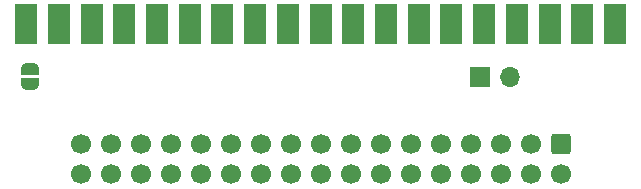
<source format=gbr>
%TF.GenerationSoftware,KiCad,Pcbnew,8.0.7*%
%TF.CreationDate,2025-01-12T23:09:13-06:00*%
%TF.ProjectId,DB37-to-IDC34-Floppy-Adapter,44423337-2d74-46f2-9d49-444333342d46,v1.0*%
%TF.SameCoordinates,Original*%
%TF.FileFunction,Soldermask,Top*%
%TF.FilePolarity,Negative*%
%FSLAX46Y46*%
G04 Gerber Fmt 4.6, Leading zero omitted, Abs format (unit mm)*
G04 Created by KiCad (PCBNEW 8.0.7) date 2025-01-12 23:09:13*
%MOMM*%
%LPD*%
G01*
G04 APERTURE LIST*
G04 Aperture macros list*
%AMRoundRect*
0 Rectangle with rounded corners*
0 $1 Rounding radius*
0 $2 $3 $4 $5 $6 $7 $8 $9 X,Y pos of 4 corners*
0 Add a 4 corners polygon primitive as box body*
4,1,4,$2,$3,$4,$5,$6,$7,$8,$9,$2,$3,0*
0 Add four circle primitives for the rounded corners*
1,1,$1+$1,$2,$3*
1,1,$1+$1,$4,$5*
1,1,$1+$1,$6,$7*
1,1,$1+$1,$8,$9*
0 Add four rect primitives between the rounded corners*
20,1,$1+$1,$2,$3,$4,$5,0*
20,1,$1+$1,$4,$5,$6,$7,0*
20,1,$1+$1,$6,$7,$8,$9,0*
20,1,$1+$1,$8,$9,$2,$3,0*%
%AMFreePoly0*
4,1,19,0.500000,-0.750000,0.000000,-0.750000,0.000000,-0.744911,-0.071157,-0.744911,-0.207708,-0.704816,-0.327430,-0.627875,-0.420627,-0.520320,-0.479746,-0.390866,-0.500000,-0.250000,-0.500000,0.250000,-0.479746,0.390866,-0.420627,0.520320,-0.327430,0.627875,-0.207708,0.704816,-0.071157,0.744911,0.000000,0.744911,0.000000,0.750000,0.500000,0.750000,0.500000,-0.750000,0.500000,-0.750000,
$1*%
%AMFreePoly1*
4,1,19,0.000000,0.744911,0.071157,0.744911,0.207708,0.704816,0.327430,0.627875,0.420627,0.520320,0.479746,0.390866,0.500000,0.250000,0.500000,-0.250000,0.479746,-0.390866,0.420627,-0.520320,0.327430,-0.627875,0.207708,-0.704816,0.071157,-0.744911,0.000000,-0.744911,0.000000,-0.750000,-0.500000,-0.750000,-0.500000,0.750000,0.000000,0.750000,0.000000,0.744911,0.000000,0.744911,
$1*%
G04 Aperture macros list end*
%ADD10FreePoly0,270.000000*%
%ADD11FreePoly1,270.000000*%
%ADD12RoundRect,0.250000X-0.600000X0.600000X-0.600000X-0.600000X0.600000X-0.600000X0.600000X0.600000X0*%
%ADD13C,1.700000*%
%ADD14R,1.700000X1.700000*%
%ADD15O,1.700000X1.700000*%
%ADD16R,1.846667X3.480000*%
G04 APERTURE END LIST*
D10*
%TO.C,JP1*%
X139192000Y-57120000D03*
D11*
X139192000Y-58420000D03*
%TD*%
D12*
%TO.C,J1*%
X184150000Y-63500000D03*
D13*
X184150000Y-66040000D03*
X181610000Y-63500000D03*
X181610000Y-66040000D03*
X179070000Y-63500000D03*
X179070000Y-66040000D03*
X176530000Y-63500000D03*
X176530000Y-66040000D03*
X173990000Y-63500000D03*
X173990000Y-66040000D03*
X171450000Y-63500000D03*
X171450000Y-66040000D03*
X168910000Y-63500000D03*
X168910000Y-66040000D03*
X166370000Y-63500000D03*
X166370000Y-66040000D03*
X163830000Y-63500000D03*
X163830000Y-66040000D03*
X161290000Y-63500000D03*
X161290000Y-66040000D03*
X158750000Y-63500000D03*
X158750000Y-66040000D03*
X156210000Y-63500000D03*
X156210000Y-66040000D03*
X153670000Y-63500000D03*
X153670000Y-66040000D03*
X151130000Y-63500000D03*
X151130000Y-66040000D03*
X148590000Y-63500000D03*
X148590000Y-66040000D03*
X146050000Y-63500000D03*
X146050000Y-66040000D03*
X143510000Y-63500000D03*
X143510000Y-66040000D03*
%TD*%
D14*
%TO.C,J3*%
X177292000Y-57785000D03*
D15*
X179832000Y-57785000D03*
%TD*%
D16*
%TO.C,J2*%
X188760000Y-53340000D03*
X185990000Y-53340000D03*
X183220000Y-53340000D03*
X180450000Y-53340000D03*
X177680000Y-53340000D03*
X174910000Y-53340000D03*
X172140000Y-53340000D03*
X169370000Y-53340000D03*
X166600000Y-53340000D03*
X163830000Y-53340000D03*
X161060000Y-53340000D03*
X158290000Y-53340000D03*
X155520000Y-53340000D03*
X152750000Y-53340000D03*
X149980000Y-53340000D03*
X147210000Y-53340000D03*
X144440000Y-53340000D03*
X141670000Y-53340000D03*
X138900000Y-53340000D03*
%TD*%
M02*

</source>
